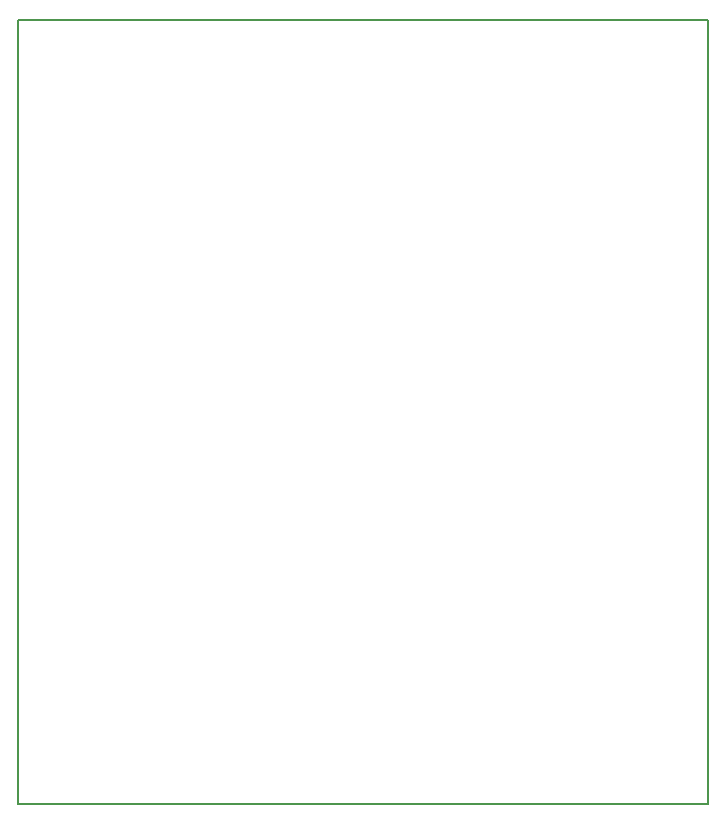
<source format=gbr>
G04 DipTrace 3.0.0.2*
G04 BoardOutline.gbr*
%MOIN*%
G04 #@! TF.FileFunction,Profile*
G04 #@! TF.Part,Single*
%ADD11C,0.005512*%
%FSLAX26Y26*%
G04*
G70*
G90*
G75*
G01*
G04 BoardOutline*
%LPD*%
X393701Y3006201D2*
D11*
X2693701D1*
Y393701D1*
X1893701D1*
X1731201D1*
X1343701D1*
X1193701D1*
X393701D1*
Y3006201D1*
M02*

</source>
